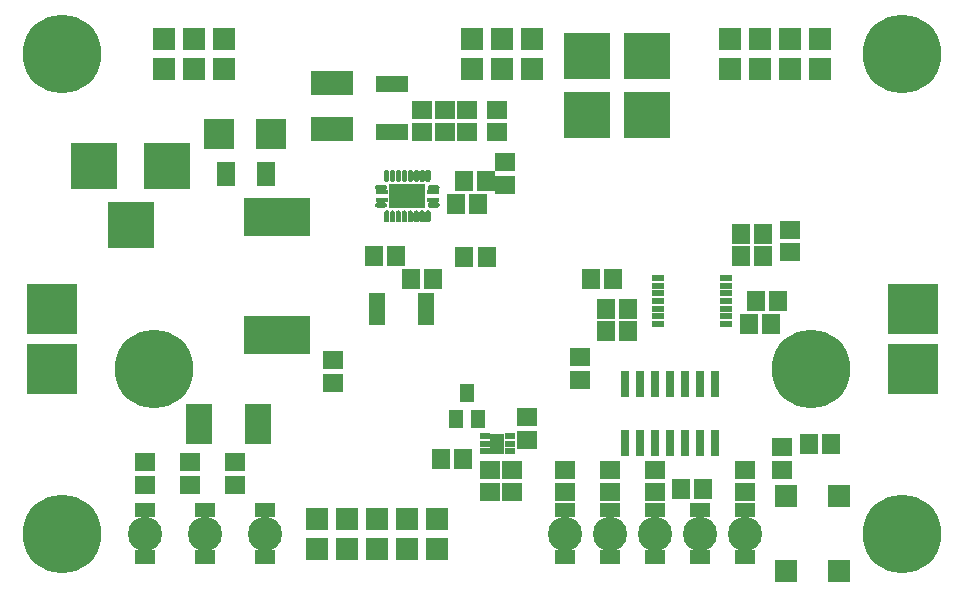
<source format=gbr>
G75*
G70*
%OFA0B0*%
%FSLAX24Y24*%
%IPPOS*%
%LPD*%
%AMOC8*
5,1,8,0,0,1.08239X$1,22.5*
%
%ADD10R,0.0384X0.0128*%
%ADD11R,0.1220X0.0827*%
%ADD12C,0.0055*%
%ADD13R,0.0079X0.0287*%
%ADD14R,0.0287X0.0079*%
%ADD15R,0.0730X0.0730*%
%ADD16R,0.2245X0.1261*%
%ADD17R,0.1655X0.1655*%
%ADD18C,0.2620*%
%ADD19R,0.1582X0.1582*%
%ADD20R,0.1080X0.0580*%
%ADD21R,0.0592X0.0671*%
%ADD22R,0.0671X0.0592*%
%ADD23R,0.1025X0.1025*%
%ADD24R,0.0671X0.0493*%
%ADD25C,0.1143*%
%ADD26R,0.0580X0.1080*%
%ADD27R,0.0434X0.0218*%
%ADD28R,0.0300X0.0860*%
%ADD29R,0.0740X0.0740*%
%ADD30R,0.0474X0.0631*%
%ADD31R,0.0867X0.1332*%
%ADD32R,0.0356X0.0198*%
%ADD33R,0.0474X0.0710*%
%ADD34R,0.1419X0.0828*%
%ADD35R,0.1580X0.1580*%
%ADD36R,0.0631X0.0789*%
D10*
X012804Y018045D03*
X012804Y018281D03*
X014516Y018281D03*
X014516Y018045D03*
D11*
X013660Y018163D03*
D12*
X013617Y018730D02*
X013617Y018954D01*
X013615Y018967D01*
X013611Y018980D01*
X013603Y018990D01*
X013593Y018999D01*
X013582Y019005D01*
X013569Y019009D01*
X013555Y019009D01*
X013542Y019005D01*
X013531Y018999D01*
X013521Y018990D01*
X013513Y018980D01*
X013509Y018967D01*
X013507Y018954D01*
X013506Y018954D02*
X013506Y018730D01*
X013507Y018730D02*
X013509Y018717D01*
X013513Y018704D01*
X013521Y018694D01*
X013531Y018685D01*
X013542Y018679D01*
X013555Y018675D01*
X013569Y018675D01*
X013582Y018679D01*
X013593Y018685D01*
X013603Y018694D01*
X013611Y018704D01*
X013615Y018717D01*
X013617Y018730D01*
X013703Y018730D02*
X013703Y018954D01*
X013705Y018967D01*
X013709Y018980D01*
X013717Y018990D01*
X013727Y018999D01*
X013738Y019005D01*
X013751Y019009D01*
X013765Y019009D01*
X013778Y019005D01*
X013789Y018999D01*
X013799Y018990D01*
X013807Y018980D01*
X013811Y018967D01*
X013813Y018954D01*
X013814Y018954D02*
X013814Y018730D01*
X013813Y018730D02*
X013811Y018717D01*
X013807Y018704D01*
X013799Y018694D01*
X013789Y018685D01*
X013778Y018679D01*
X013765Y018675D01*
X013751Y018675D01*
X013738Y018679D01*
X013727Y018685D01*
X013717Y018694D01*
X013709Y018704D01*
X013705Y018717D01*
X013703Y018730D01*
X013900Y018730D02*
X013900Y018954D01*
X013902Y018967D01*
X013906Y018980D01*
X013914Y018990D01*
X013924Y018999D01*
X013935Y019005D01*
X013948Y019009D01*
X013962Y019009D01*
X013975Y019005D01*
X013986Y018999D01*
X013996Y018990D01*
X014004Y018980D01*
X014008Y018967D01*
X014010Y018954D01*
X014010Y018730D01*
X014008Y018717D01*
X014004Y018704D01*
X013996Y018694D01*
X013986Y018685D01*
X013975Y018679D01*
X013962Y018675D01*
X013948Y018675D01*
X013935Y018679D01*
X013924Y018685D01*
X013914Y018694D01*
X013906Y018704D01*
X013902Y018717D01*
X013900Y018730D01*
X014097Y018730D02*
X014097Y018954D01*
X014099Y018967D01*
X014103Y018980D01*
X014111Y018990D01*
X014121Y018999D01*
X014132Y019005D01*
X014145Y019009D01*
X014159Y019009D01*
X014172Y019005D01*
X014183Y018999D01*
X014193Y018990D01*
X014201Y018980D01*
X014205Y018967D01*
X014207Y018954D01*
X014207Y018730D01*
X014205Y018717D01*
X014201Y018704D01*
X014193Y018694D01*
X014183Y018685D01*
X014172Y018679D01*
X014159Y018675D01*
X014145Y018675D01*
X014132Y018679D01*
X014121Y018685D01*
X014111Y018694D01*
X014103Y018704D01*
X014099Y018717D01*
X014097Y018730D01*
X014294Y018730D02*
X014294Y018954D01*
X014296Y018967D01*
X014300Y018980D01*
X014308Y018990D01*
X014318Y018999D01*
X014329Y019005D01*
X014342Y019009D01*
X014356Y019009D01*
X014369Y019005D01*
X014380Y018999D01*
X014390Y018990D01*
X014398Y018980D01*
X014402Y018967D01*
X014404Y018954D01*
X014404Y018730D01*
X014402Y018717D01*
X014398Y018704D01*
X014390Y018694D01*
X014380Y018685D01*
X014369Y018679D01*
X014356Y018675D01*
X014342Y018675D01*
X014329Y018679D01*
X014318Y018685D01*
X014308Y018694D01*
X014300Y018704D01*
X014296Y018717D01*
X014294Y018730D01*
X014424Y018513D02*
X014648Y018513D01*
X014661Y018511D01*
X014674Y018507D01*
X014684Y018499D01*
X014693Y018489D01*
X014699Y018478D01*
X014703Y018465D01*
X014703Y018451D01*
X014699Y018438D01*
X014693Y018427D01*
X014684Y018417D01*
X014674Y018409D01*
X014661Y018405D01*
X014648Y018403D01*
X014424Y018403D01*
X014411Y018405D01*
X014398Y018409D01*
X014388Y018417D01*
X014379Y018427D01*
X014373Y018438D01*
X014369Y018451D01*
X014369Y018465D01*
X014373Y018478D01*
X014379Y018489D01*
X014388Y018499D01*
X014398Y018507D01*
X014411Y018511D01*
X014424Y018513D01*
X014424Y017923D02*
X014648Y017923D01*
X014661Y017921D01*
X014674Y017917D01*
X014684Y017909D01*
X014693Y017899D01*
X014699Y017888D01*
X014703Y017875D01*
X014703Y017861D01*
X014699Y017848D01*
X014693Y017837D01*
X014684Y017827D01*
X014674Y017819D01*
X014661Y017815D01*
X014648Y017813D01*
X014424Y017813D01*
X014411Y017815D01*
X014398Y017819D01*
X014388Y017827D01*
X014379Y017837D01*
X014373Y017848D01*
X014369Y017861D01*
X014369Y017875D01*
X014373Y017888D01*
X014379Y017899D01*
X014388Y017909D01*
X014398Y017917D01*
X014411Y017921D01*
X014424Y017923D01*
X014404Y017596D02*
X014404Y017372D01*
X014402Y017359D01*
X014398Y017346D01*
X014390Y017336D01*
X014380Y017327D01*
X014369Y017321D01*
X014356Y017317D01*
X014342Y017317D01*
X014329Y017321D01*
X014318Y017327D01*
X014308Y017336D01*
X014300Y017346D01*
X014296Y017359D01*
X014294Y017372D01*
X014294Y017596D01*
X014296Y017609D01*
X014300Y017622D01*
X014308Y017632D01*
X014318Y017641D01*
X014329Y017647D01*
X014342Y017651D01*
X014356Y017651D01*
X014369Y017647D01*
X014380Y017641D01*
X014390Y017632D01*
X014398Y017622D01*
X014402Y017609D01*
X014404Y017596D01*
X014207Y017596D02*
X014207Y017372D01*
X014205Y017359D01*
X014201Y017346D01*
X014193Y017336D01*
X014183Y017327D01*
X014172Y017321D01*
X014159Y017317D01*
X014145Y017317D01*
X014132Y017321D01*
X014121Y017327D01*
X014111Y017336D01*
X014103Y017346D01*
X014099Y017359D01*
X014097Y017372D01*
X014097Y017596D01*
X014099Y017609D01*
X014103Y017622D01*
X014111Y017632D01*
X014121Y017641D01*
X014132Y017647D01*
X014145Y017651D01*
X014159Y017651D01*
X014172Y017647D01*
X014183Y017641D01*
X014193Y017632D01*
X014201Y017622D01*
X014205Y017609D01*
X014207Y017596D01*
X014010Y017596D02*
X014010Y017372D01*
X014008Y017359D01*
X014004Y017346D01*
X013996Y017336D01*
X013986Y017327D01*
X013975Y017321D01*
X013962Y017317D01*
X013948Y017317D01*
X013935Y017321D01*
X013924Y017327D01*
X013914Y017336D01*
X013906Y017346D01*
X013902Y017359D01*
X013900Y017372D01*
X013900Y017596D01*
X013902Y017609D01*
X013906Y017622D01*
X013914Y017632D01*
X013924Y017641D01*
X013935Y017647D01*
X013948Y017651D01*
X013962Y017651D01*
X013975Y017647D01*
X013986Y017641D01*
X013996Y017632D01*
X014004Y017622D01*
X014008Y017609D01*
X014010Y017596D01*
X013814Y017596D02*
X013814Y017372D01*
X013813Y017372D02*
X013811Y017359D01*
X013807Y017346D01*
X013799Y017336D01*
X013789Y017327D01*
X013778Y017321D01*
X013765Y017317D01*
X013751Y017317D01*
X013738Y017321D01*
X013727Y017327D01*
X013717Y017336D01*
X013709Y017346D01*
X013705Y017359D01*
X013703Y017372D01*
X013703Y017596D01*
X013705Y017609D01*
X013709Y017622D01*
X013717Y017632D01*
X013727Y017641D01*
X013738Y017647D01*
X013751Y017651D01*
X013765Y017651D01*
X013778Y017647D01*
X013789Y017641D01*
X013799Y017632D01*
X013807Y017622D01*
X013811Y017609D01*
X013813Y017596D01*
X013617Y017596D02*
X013617Y017372D01*
X013615Y017359D01*
X013611Y017346D01*
X013603Y017336D01*
X013593Y017327D01*
X013582Y017321D01*
X013569Y017317D01*
X013555Y017317D01*
X013542Y017321D01*
X013531Y017327D01*
X013521Y017336D01*
X013513Y017346D01*
X013509Y017359D01*
X013507Y017372D01*
X013506Y017372D02*
X013506Y017596D01*
X013507Y017596D02*
X013509Y017609D01*
X013513Y017622D01*
X013521Y017632D01*
X013531Y017641D01*
X013542Y017647D01*
X013555Y017651D01*
X013569Y017651D01*
X013582Y017647D01*
X013593Y017641D01*
X013603Y017632D01*
X013611Y017622D01*
X013615Y017609D01*
X013617Y017596D01*
X013420Y017596D02*
X013420Y017372D01*
X013418Y017359D01*
X013414Y017346D01*
X013406Y017336D01*
X013396Y017327D01*
X013385Y017321D01*
X013372Y017317D01*
X013358Y017317D01*
X013345Y017321D01*
X013334Y017327D01*
X013324Y017336D01*
X013316Y017346D01*
X013312Y017359D01*
X013310Y017372D01*
X013310Y017596D01*
X013312Y017609D01*
X013316Y017622D01*
X013324Y017632D01*
X013334Y017641D01*
X013345Y017647D01*
X013358Y017651D01*
X013372Y017651D01*
X013385Y017647D01*
X013396Y017641D01*
X013406Y017632D01*
X013414Y017622D01*
X013418Y017609D01*
X013420Y017596D01*
X013223Y017596D02*
X013223Y017372D01*
X013221Y017359D01*
X013217Y017346D01*
X013209Y017336D01*
X013199Y017327D01*
X013188Y017321D01*
X013175Y017317D01*
X013161Y017317D01*
X013148Y017321D01*
X013137Y017327D01*
X013127Y017336D01*
X013119Y017346D01*
X013115Y017359D01*
X013113Y017372D01*
X013113Y017596D01*
X013115Y017609D01*
X013119Y017622D01*
X013127Y017632D01*
X013137Y017641D01*
X013148Y017647D01*
X013161Y017651D01*
X013175Y017651D01*
X013188Y017647D01*
X013199Y017641D01*
X013209Y017632D01*
X013217Y017622D01*
X013221Y017609D01*
X013223Y017596D01*
X013026Y017596D02*
X013026Y017372D01*
X013024Y017359D01*
X013020Y017346D01*
X013012Y017336D01*
X013002Y017327D01*
X012991Y017321D01*
X012978Y017317D01*
X012964Y017317D01*
X012951Y017321D01*
X012940Y017327D01*
X012930Y017336D01*
X012922Y017346D01*
X012918Y017359D01*
X012916Y017372D01*
X012916Y017596D01*
X012918Y017609D01*
X012922Y017622D01*
X012930Y017632D01*
X012940Y017641D01*
X012951Y017647D01*
X012964Y017651D01*
X012978Y017651D01*
X012991Y017647D01*
X013002Y017641D01*
X013012Y017632D01*
X013020Y017622D01*
X013024Y017609D01*
X013026Y017596D01*
X012896Y017813D02*
X012672Y017813D01*
X012659Y017815D01*
X012646Y017819D01*
X012636Y017827D01*
X012627Y017837D01*
X012621Y017848D01*
X012617Y017861D01*
X012617Y017875D01*
X012621Y017888D01*
X012627Y017899D01*
X012636Y017909D01*
X012646Y017917D01*
X012659Y017921D01*
X012672Y017923D01*
X012896Y017923D01*
X012909Y017921D01*
X012922Y017917D01*
X012932Y017909D01*
X012941Y017899D01*
X012947Y017888D01*
X012951Y017875D01*
X012951Y017861D01*
X012947Y017848D01*
X012941Y017837D01*
X012932Y017827D01*
X012922Y017819D01*
X012909Y017815D01*
X012896Y017813D01*
X012896Y018403D02*
X012672Y018403D01*
X012659Y018405D01*
X012646Y018409D01*
X012636Y018417D01*
X012627Y018427D01*
X012621Y018438D01*
X012617Y018451D01*
X012617Y018465D01*
X012621Y018478D01*
X012627Y018489D01*
X012636Y018499D01*
X012646Y018507D01*
X012659Y018511D01*
X012672Y018513D01*
X012896Y018513D01*
X012909Y018511D01*
X012922Y018507D01*
X012932Y018499D01*
X012941Y018489D01*
X012947Y018478D01*
X012951Y018465D01*
X012951Y018451D01*
X012947Y018438D01*
X012941Y018427D01*
X012932Y018417D01*
X012922Y018409D01*
X012909Y018405D01*
X012896Y018403D01*
X012916Y018730D02*
X012916Y018954D01*
X012918Y018967D01*
X012922Y018980D01*
X012930Y018990D01*
X012940Y018999D01*
X012951Y019005D01*
X012964Y019009D01*
X012978Y019009D01*
X012991Y019005D01*
X013002Y018999D01*
X013012Y018990D01*
X013020Y018980D01*
X013024Y018967D01*
X013026Y018954D01*
X013026Y018730D01*
X013024Y018717D01*
X013020Y018704D01*
X013012Y018694D01*
X013002Y018685D01*
X012991Y018679D01*
X012978Y018675D01*
X012964Y018675D01*
X012951Y018679D01*
X012940Y018685D01*
X012930Y018694D01*
X012922Y018704D01*
X012918Y018717D01*
X012916Y018730D01*
X013113Y018730D02*
X013113Y018954D01*
X013115Y018967D01*
X013119Y018980D01*
X013127Y018990D01*
X013137Y018999D01*
X013148Y019005D01*
X013161Y019009D01*
X013175Y019009D01*
X013188Y019005D01*
X013199Y018999D01*
X013209Y018990D01*
X013217Y018980D01*
X013221Y018967D01*
X013223Y018954D01*
X013223Y018730D01*
X013221Y018717D01*
X013217Y018704D01*
X013209Y018694D01*
X013199Y018685D01*
X013188Y018679D01*
X013175Y018675D01*
X013161Y018675D01*
X013148Y018679D01*
X013137Y018685D01*
X013127Y018694D01*
X013119Y018704D01*
X013115Y018717D01*
X013113Y018730D01*
X013310Y018730D02*
X013310Y018954D01*
X013312Y018967D01*
X013316Y018980D01*
X013324Y018990D01*
X013334Y018999D01*
X013345Y019005D01*
X013358Y019009D01*
X013372Y019009D01*
X013385Y019005D01*
X013396Y018999D01*
X013406Y018990D01*
X013414Y018980D01*
X013418Y018967D01*
X013420Y018954D01*
X013420Y018730D01*
X013418Y018717D01*
X013414Y018704D01*
X013406Y018694D01*
X013396Y018685D01*
X013385Y018679D01*
X013372Y018675D01*
X013358Y018675D01*
X013345Y018679D01*
X013334Y018685D01*
X013324Y018694D01*
X013316Y018704D01*
X013312Y018717D01*
X013310Y018730D01*
D13*
X013365Y018842D03*
X013562Y018842D03*
X013758Y018842D03*
X013955Y018842D03*
X014152Y018842D03*
X014349Y018842D03*
X013168Y018842D03*
X012971Y018842D03*
X012971Y017484D03*
X013168Y017484D03*
X013365Y017484D03*
X013562Y017484D03*
X013758Y017484D03*
X013955Y017484D03*
X014152Y017484D03*
X014349Y017484D03*
D14*
X014536Y017868D03*
X014536Y018458D03*
X012784Y018458D03*
X012784Y017868D03*
D15*
X015833Y022413D03*
X016833Y022413D03*
X017833Y022413D03*
X017833Y023413D03*
X016833Y023413D03*
X015833Y023413D03*
X007535Y023413D03*
X006535Y023413D03*
X005535Y023413D03*
X005535Y022413D03*
X006535Y022413D03*
X007535Y022413D03*
X024409Y022413D03*
X025409Y022413D03*
X026409Y022413D03*
X027409Y022413D03*
X027409Y023413D03*
X026409Y023413D03*
X025409Y023413D03*
X024409Y023413D03*
X014660Y007413D03*
X013660Y007413D03*
X012660Y007413D03*
X011660Y007413D03*
X010660Y007413D03*
X010660Y006413D03*
X011660Y006413D03*
X012660Y006413D03*
X013660Y006413D03*
X014660Y006413D03*
D16*
X009308Y013529D03*
X009308Y017466D03*
D17*
X001810Y014413D03*
X001810Y012413D03*
X030510Y012413D03*
X030510Y014413D03*
D18*
X027107Y012413D03*
X030160Y006913D03*
X030160Y022913D03*
X005213Y012413D03*
X002160Y006913D03*
X002160Y022913D03*
D19*
X003219Y019163D03*
X004440Y017194D03*
X005660Y019163D03*
D20*
X013160Y020288D03*
X013160Y021913D03*
D21*
X015536Y018663D03*
X016284Y018663D03*
X016034Y017913D03*
X015286Y017913D03*
X015564Y016128D03*
X016312Y016128D03*
X014534Y015413D03*
X013786Y015413D03*
X013284Y016163D03*
X012536Y016163D03*
X019786Y015413D03*
X020534Y015413D03*
X020286Y014413D03*
X021034Y014413D03*
X021034Y013663D03*
X020286Y013663D03*
X025036Y013913D03*
X025784Y013913D03*
X026034Y014663D03*
X025286Y014663D03*
X025534Y016163D03*
X024786Y016163D03*
X024786Y016913D03*
X025534Y016913D03*
X027036Y009913D03*
X027784Y009913D03*
X023534Y008413D03*
X022786Y008413D03*
X015534Y009413D03*
X014786Y009413D03*
D22*
X016410Y009037D03*
X017160Y009037D03*
X017160Y008289D03*
X016410Y008289D03*
X017660Y010039D03*
X017660Y010787D03*
X019410Y012039D03*
X019410Y012787D03*
X018910Y009037D03*
X018910Y008289D03*
X020410Y008289D03*
X020410Y009037D03*
X021910Y009037D03*
X021910Y008289D03*
X024910Y008289D03*
X024910Y009037D03*
X026160Y009039D03*
X026160Y009787D03*
X026410Y016289D03*
X026410Y017037D03*
X016910Y018539D03*
X016910Y019287D03*
X016660Y020289D03*
X016660Y021037D03*
X015660Y021037D03*
X014910Y021037D03*
X014160Y021037D03*
X014160Y020289D03*
X014910Y020289D03*
X015660Y020289D03*
X011172Y012691D03*
X011172Y011943D03*
X007910Y009287D03*
X007910Y008539D03*
X006410Y008539D03*
X006410Y009287D03*
X004910Y009287D03*
X004910Y008539D03*
D23*
X007396Y020240D03*
X009129Y020240D03*
D24*
X004910Y006126D03*
X006910Y006126D03*
X006910Y007700D03*
X004910Y007700D03*
X008910Y007700D03*
X008910Y006126D03*
X018910Y006126D03*
X020410Y006126D03*
X021910Y006126D03*
X023410Y006126D03*
X024910Y006126D03*
X024910Y007700D03*
X023410Y007700D03*
X021910Y007700D03*
X020410Y007700D03*
X018910Y007700D03*
D25*
X018910Y006913D03*
X020410Y006913D03*
X021910Y006913D03*
X023410Y006913D03*
X024910Y006913D03*
X008910Y006913D03*
X006910Y006913D03*
X004910Y006913D03*
D26*
X012660Y014413D03*
X014285Y014413D03*
D27*
X022028Y014407D03*
X022028Y014151D03*
X022028Y013895D03*
X022028Y014663D03*
X022028Y014919D03*
X022028Y015175D03*
X022028Y015431D03*
X024292Y015431D03*
X024292Y015175D03*
X024292Y014919D03*
X024292Y014663D03*
X024292Y014407D03*
X024292Y014151D03*
X024292Y013895D03*
D28*
X023910Y011883D03*
X023410Y011883D03*
X022910Y011883D03*
X022410Y011883D03*
X021910Y011883D03*
X021410Y011883D03*
X020910Y011883D03*
X020910Y009943D03*
X021410Y009943D03*
X021910Y009943D03*
X022410Y009943D03*
X022910Y009943D03*
X023410Y009943D03*
X023910Y009943D03*
D29*
X026274Y008153D03*
X028046Y008153D03*
X028046Y005673D03*
X026274Y005673D03*
D30*
X016034Y010730D03*
X015286Y010730D03*
X015660Y011596D03*
D31*
X008680Y010567D03*
X006711Y010567D03*
D32*
X016247Y010169D03*
X016247Y009913D03*
X016247Y009657D03*
X017073Y009657D03*
X017073Y009913D03*
X017073Y010169D03*
D33*
X016660Y009913D03*
D34*
X011160Y020395D03*
X011160Y021931D03*
D35*
X019660Y022834D03*
X021660Y022834D03*
X021660Y020866D03*
X019660Y020866D03*
D36*
X008940Y018897D03*
X007601Y018897D03*
M02*

</source>
